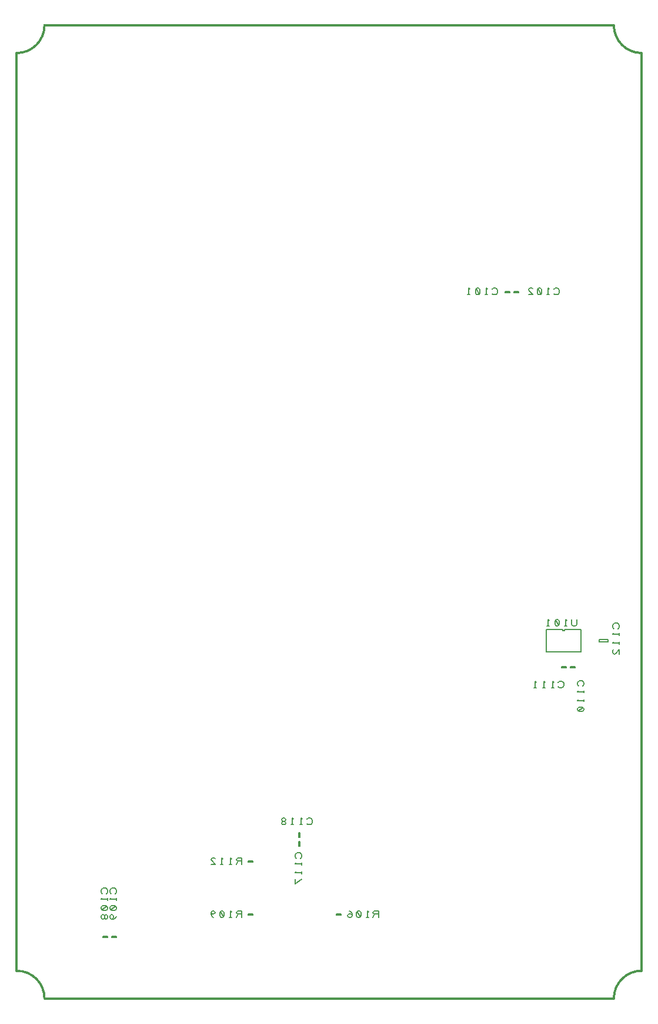
<source format=gbr>
G04 EasyPC Gerber Version 20.0.2 Build 4112 *
%FSLAX35Y35*%
%MOIN*%
%ADD10C,0.00500*%
%ADD109C,0.01200*%
X0Y0D02*
D02*
D10*
X49348Y35300D02*
X51948D01*
Y35900*
X49348*
Y35300*
G36*
X51948*
Y35900*
X49348*
Y35300*
G37*
X51585Y59975D02*
X51898Y60287D01*
X52211Y60913*
Y61850*
X51898Y62475*
X51585Y62787*
X50961Y63100*
X49711*
X49085Y62787*
X48773Y62475*
X48461Y61850*
Y60913*
X48773Y60287*
X49085Y59975*
X52211Y57475D02*
Y56225D01*
Y56850D02*
X48461D01*
X49085Y57475*
X51898Y52787D02*
X52211Y52163D01*
Y51537*
X51898Y50913*
X51273Y50600*
X49398*
X48773Y50913*
X48461Y51537*
Y52163*
X48773Y52787*
X49398Y53100*
X51273*
X51898Y52787*
X48773Y50913*
X50335Y47163D02*
Y46537D01*
X50023Y45913*
X49398Y45600*
X48773Y45913*
X48461Y46537*
Y47163*
X48773Y47787*
X49398Y48100*
X50023Y47787*
X50335Y47163*
X50648Y47787*
X51273Y48100*
X51898Y47787*
X52211Y47163*
Y46537*
X51898Y45913*
X51273Y45600*
X50648Y45913*
X50335Y46537*
X54348Y35300D02*
X56948D01*
Y35900*
X54348*
Y35300*
G36*
X56948*
Y35900*
X54348*
Y35300*
G37*
X56585Y59975D02*
X56898Y60287D01*
X57211Y60913*
Y61850*
X56898Y62475*
X56585Y62787*
X55961Y63100*
X54711*
X54085Y62787*
X53773Y62475*
X53461Y61850*
Y60913*
X53773Y60287*
X54085Y59975*
X57211Y57475D02*
Y56225D01*
Y56850D02*
X53461D01*
X54085Y57475*
X56898Y52787D02*
X57211Y52163D01*
Y51537*
X56898Y50913*
X56273Y50600*
X54398*
X53773Y50913*
X53461Y51537*
Y52163*
X53773Y52787*
X54398Y53100*
X56273*
X56898Y52787*
X53773Y50913*
X57211Y47163D02*
X56898Y46537D01*
X56273Y45913*
X55335Y45600*
X54398*
X53773Y45913*
X53461Y46537*
Y47163*
X53773Y47787*
X54398Y48100*
X55023Y47787*
X55335Y47163*
Y46537*
X55023Y45913*
X54398Y45600*
X128148Y46537D02*
Y50287D01*
X125961*
X125335Y49975*
X125023Y49350*
X125335Y48725*
X125961Y48413*
X128148*
X125961D02*
X125023Y46537D01*
X122523D02*
X121273D01*
X121898D02*
Y50287D01*
X122523Y49663*
X117835Y46850D02*
X117211Y46537D01*
X116585*
X115961Y46850*
X115648Y47475*
Y49350*
X115961Y49975*
X116585Y50287*
X117211*
X117835Y49975*
X118148Y49350*
Y47475*
X117835Y46850*
X115961Y49975*
X112211Y46537D02*
X111585Y46850D01*
X110961Y47475*
X110648Y48413*
Y49350*
X110961Y49975*
X111585Y50287*
X112211*
X112835Y49975*
X113148Y49350*
X112835Y48725*
X112211Y48413*
X111585*
X110961Y48725*
X110648Y49350*
X128148Y76537D02*
Y80287D01*
X125961*
X125335Y79975*
X125023Y79350*
X125335Y78725*
X125961Y78413*
X128148*
X125961D02*
X125023Y76537D01*
X122523D02*
X121273D01*
X121898D02*
Y80287D01*
X122523Y79663*
X117523Y76537D02*
X116273D01*
X116898D02*
Y80287D01*
X117523Y79663*
X110648Y76537D02*
X113148D01*
X110961Y78725*
X110648Y79350*
X110961Y79975*
X111585Y80287*
X112523*
X113148Y79975*
X134448Y48400D02*
X131848D01*
Y47800*
X134448*
Y48400*
G36*
X131848*
Y47800*
X134448*
Y48400*
G37*
Y78400D02*
X131848D01*
Y77800*
X134448*
Y78400*
G36*
X131848*
Y77800*
X134448*
Y78400*
G37*
X160948Y86800D02*
Y89400D01*
X160348*
Y86800*
X160948*
G36*
Y89400*
X160348*
Y86800*
X160948*
G37*
Y91800D02*
Y94400D01*
X160348*
Y91800*
X160948*
G36*
Y94400*
X160348*
Y91800*
X160948*
G37*
X161585Y79975D02*
X161898Y80287D01*
X162211Y80913*
Y81850*
X161898Y82475*
X161585Y82787*
X160961Y83100*
X159711*
X159085Y82787*
X158773Y82475*
X158461Y81850*
Y80913*
X158773Y80287*
X159085Y79975*
X162211Y77475D02*
Y76225D01*
Y76850D02*
X158461D01*
X159085Y77475*
X162211Y72475D02*
Y71225D01*
Y71850D02*
X158461D01*
X159085Y72475*
X162211Y68100D02*
X158461Y65600D01*
Y68100*
X165023Y99663D02*
X165335Y99350D01*
X165961Y99037*
X166898*
X167523Y99350*
X167835Y99663*
X168148Y100287*
Y101537*
X167835Y102163*
X167523Y102475*
X166898Y102787*
X165961*
X165335Y102475*
X165023Y102163*
X162523Y99037D02*
X161273D01*
X161898D02*
Y102787D01*
X162523Y102163*
X157523Y99037D02*
X156273D01*
X156898D02*
Y102787D01*
X157523Y102163*
X152211Y100913D02*
X151585D01*
X150961Y101225*
X150648Y101850*
X150961Y102475*
X151585Y102787*
X152211*
X152835Y102475*
X153148Y101850*
X152835Y101225*
X152211Y100913*
X152835Y100600*
X153148Y99975*
X152835Y99350*
X152211Y99037*
X151585*
X150961Y99350*
X150648Y99975*
X150961Y100600*
X151585Y100913*
X184448Y48400D02*
X181848D01*
Y47800*
X184448*
Y48400*
G36*
X181848*
Y47800*
X184448*
Y48400*
G37*
X205648Y46537D02*
Y50287D01*
X203461*
X202835Y49975*
X202523Y49350*
X202835Y48725*
X203461Y48413*
X205648*
X203461D02*
X202523Y46537D01*
X200023D02*
X198773D01*
X199398D02*
Y50287D01*
X200023Y49663*
X195335Y46850D02*
X194711Y46537D01*
X194085*
X193461Y46850*
X193148Y47475*
Y49350*
X193461Y49975*
X194085Y50287*
X194711*
X195335Y49975*
X195648Y49350*
Y47475*
X195335Y46850*
X193461Y49975*
X190648Y47475D02*
X190335Y48100D01*
X189711Y48413*
X189085*
X188461Y48100*
X188148Y47475*
X188461Y46850*
X189085Y46537*
X189711*
X190335Y46850*
X190648Y47475*
Y48413*
X190335Y49350*
X189711Y49975*
X189085Y50287*
X270023Y399663D02*
X270335Y399350D01*
X270961Y399037*
X271898*
X272523Y399350*
X272835Y399663*
X273148Y400287*
Y401537*
X272835Y402163*
X272523Y402475*
X271898Y402787*
X270961*
X270335Y402475*
X270023Y402163*
X267523Y399037D02*
X266273D01*
X266898D02*
Y402787D01*
X267523Y402163*
X262835Y399350D02*
X262211Y399037D01*
X261585*
X260961Y399350*
X260648Y399975*
Y401850*
X260961Y402475*
X261585Y402787*
X262211*
X262835Y402475*
X263148Y401850*
Y399975*
X262835Y399350*
X260961Y402475*
X257523Y399037D02*
X256273D01*
X256898D02*
Y402787D01*
X257523Y402163*
X279972Y400958D02*
X277372D01*
Y400358*
X279972*
Y400958*
G36*
X277372*
Y400358*
X279972*
Y400958*
G37*
X284972D02*
X282372D01*
Y400358*
X284972*
Y400958*
G36*
X282372*
Y400358*
X284972*
Y400958*
G37*
X300746Y209399D02*
Y196801D01*
X320550*
Y209399*
X311042*
Y209006*
X310254*
Y209399*
X300746*
X305023Y399663D02*
X305335Y399350D01*
X305961Y399037*
X306898*
X307523Y399350*
X307835Y399663*
X308148Y400287*
Y401537*
X307835Y402163*
X307523Y402475*
X306898Y402787*
X305961*
X305335Y402475*
X305023Y402163*
X302523Y399037D02*
X301273D01*
X301898D02*
Y402787D01*
X302523Y402163*
X297835Y399350D02*
X297211Y399037D01*
X296585*
X295961Y399350*
X295648Y399975*
Y401850*
X295961Y402475*
X296585Y402787*
X297211*
X297835Y402475*
X298148Y401850*
Y399975*
X297835Y399350*
X295961Y402475*
X290648Y399037D02*
X293148D01*
X290961Y401225*
X290648Y401850*
X290961Y402475*
X291585Y402787*
X292523*
X293148Y402475*
X307523Y177163D02*
X307835Y176850D01*
X308461Y176537*
X309398*
X310023Y176850*
X310335Y177163*
X310648Y177787*
Y179037*
X310335Y179663*
X310023Y179975*
X309398Y180287*
X308461*
X307835Y179975*
X307523Y179663*
X305023Y176537D02*
X303773D01*
X304398D02*
Y180287D01*
X305023Y179663*
X300023Y176537D02*
X298773D01*
X299398D02*
Y180287D01*
X300023Y179663*
X295023Y176537D02*
X293773D01*
X294398D02*
Y180287D01*
X295023Y179663*
X311948Y188400D02*
X309348D01*
Y187800*
X311948*
Y188400*
G36*
X309348*
Y187800*
X311948*
Y188400*
G37*
X316948D02*
X314348D01*
Y187800*
X316948*
Y188400*
G36*
X314348*
Y187800*
X316948*
Y188400*
G37*
X318148Y215287D02*
Y212475D01*
X317835Y211850*
X317211Y211537*
X315961*
X315335Y211850*
X315023Y212475*
Y215287*
X312523Y211537D02*
X311273D01*
X311898D02*
Y215287D01*
X312523Y214663*
X307835Y211850D02*
X307211Y211537D01*
X306585*
X305961Y211850*
X305648Y212475*
Y214350*
X305961Y214975*
X306585Y215287*
X307211*
X307835Y214975*
X308148Y214350*
Y212475*
X307835Y211850*
X305961Y214975*
X302523Y211537D02*
X301273D01*
X301898D02*
Y215287D01*
X302523Y214663*
X321585Y177475D02*
X321898Y177787D01*
X322211Y178413*
Y179350*
X321898Y179975*
X321585Y180287*
X320961Y180600*
X319711*
X319085Y180287*
X318773Y179975*
X318461Y179350*
Y178413*
X318773Y177787*
X319085Y177475*
X322211Y174975D02*
Y173725D01*
Y174350D02*
X318461D01*
X319085Y174975*
X322211Y169975D02*
Y168725D01*
Y169350D02*
X318461D01*
X319085Y169975*
X321898Y165287D02*
X322211Y164663D01*
Y164037*
X321898Y163413*
X321273Y163100*
X319398*
X318773Y163413*
X318461Y164037*
Y164663*
X318773Y165287*
X319398Y165600*
X321273*
X321898Y165287*
X318773Y163413*
X335648Y203800D02*
Y202400D01*
X330648*
Y203800*
X335648*
X341585Y209975D02*
X341898Y210287D01*
X342211Y210913*
Y211850*
X341898Y212475*
X341585Y212787*
X340961Y213100*
X339711*
X339085Y212787*
X338773Y212475*
X338461Y211850*
Y210913*
X338773Y210287*
X339085Y209975*
X342211Y207475D02*
Y206225D01*
Y206850D02*
X338461D01*
X339085Y207475*
X342211Y202475D02*
Y201225D01*
Y201850D02*
X338461D01*
X339085Y202475*
X342211Y195600D02*
Y198100D01*
X340023Y195913*
X339398Y195600*
X338773Y195913*
X338461Y196537*
Y197475*
X338773Y198100*
D02*
D109*
X16348Y600D02*
G75*
G03X600Y16348I-15748D01*
G01*
Y535840*
G75*
G03X16348Y551588J15748*
G01*
X339083*
G75*
G03X354831Y535840I15748*
G01*
Y16348*
G75*
G03X339083Y600J-15748*
G01*
X16348*
X0Y0D02*
M02*

</source>
